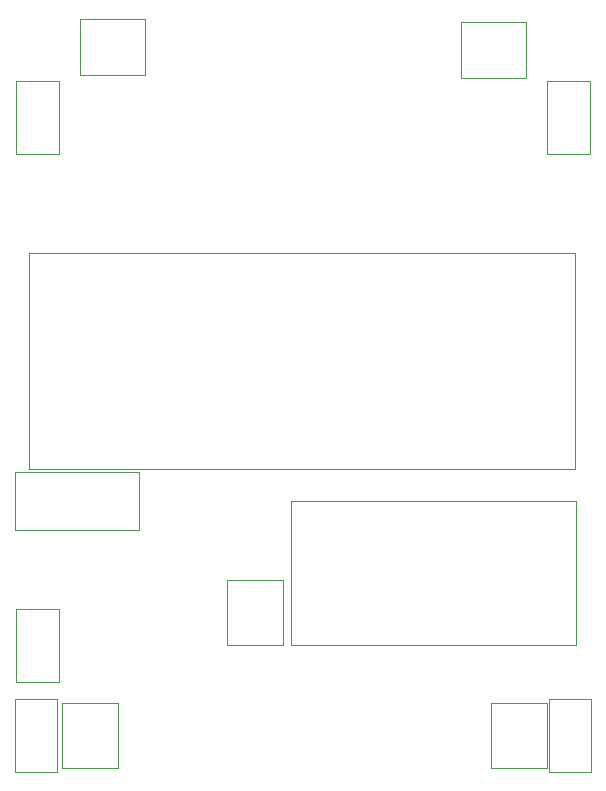
<source format=gbr>
%TF.GenerationSoftware,KiCad,Pcbnew,7.0.7*%
%TF.CreationDate,2025-03-26T10:17:06+05:30*%
%TF.ProjectId,VibAndHeat_Version1,56696241-6e64-4486-9561-745f56657273,rev?*%
%TF.SameCoordinates,Original*%
%TF.FileFunction,Other,User*%
%FSLAX46Y46*%
G04 Gerber Fmt 4.6, Leading zero omitted, Abs format (unit mm)*
G04 Created by KiCad (PCBNEW 7.0.7) date 2025-03-26 10:17:06*
%MOMM*%
%LPD*%
G01*
G04 APERTURE LIST*
%ADD10C,0.050000*%
G04 APERTURE END LIST*
D10*
%TO.C,Q2*%
X123888000Y-122238000D02*
X119148000Y-122238000D01*
X123888000Y-122238000D02*
X123888000Y-127698000D01*
X119148000Y-127698000D02*
X119148000Y-122238000D01*
X119148000Y-127698000D02*
X123888000Y-127698000D01*
%TO.C,J3*%
X160252000Y-69574000D02*
X160252000Y-75724000D01*
X160252000Y-75724000D02*
X163852000Y-75724000D01*
X163852000Y-69574000D02*
X160252000Y-69574000D01*
X163852000Y-75724000D02*
X163852000Y-69574000D01*
%TO.C,Microcontroller1*%
X116336000Y-102368000D02*
X162556000Y-102368000D01*
X116336000Y-102368000D02*
X116336000Y-84088000D01*
X162556000Y-84088000D02*
X162556000Y-102368000D01*
X162556000Y-84088000D02*
X116336000Y-84088000D01*
%TO.C,J1*%
X115294000Y-69574000D02*
X115294000Y-75724000D01*
X115294000Y-75724000D02*
X118894000Y-75724000D01*
X118894000Y-69574000D02*
X115294000Y-69574000D01*
X118894000Y-75724000D02*
X118894000Y-69574000D01*
%TO.C,Q1*%
X120714000Y-64326000D02*
X120714000Y-69066000D01*
X120714000Y-64326000D02*
X126174000Y-64326000D01*
X126174000Y-69066000D02*
X120714000Y-69066000D01*
X126174000Y-69066000D02*
X126174000Y-64326000D01*
%TO.C,J6*%
X118894000Y-120418000D02*
X118894000Y-114268000D01*
X118894000Y-114268000D02*
X115294000Y-114268000D01*
X115294000Y-120418000D02*
X118894000Y-120418000D01*
X115294000Y-114268000D02*
X115294000Y-120418000D01*
%TO.C,Q5*%
X133160000Y-117284000D02*
X137900000Y-117284000D01*
X133160000Y-117284000D02*
X133160000Y-111824000D01*
X137900000Y-111824000D02*
X137900000Y-117284000D01*
X137900000Y-111824000D02*
X133160000Y-111824000D01*
%TO.C,Q3*%
X152972000Y-64580000D02*
X152972000Y-69320000D01*
X152972000Y-64580000D02*
X158432000Y-64580000D01*
X158432000Y-69320000D02*
X152972000Y-69320000D01*
X158432000Y-69320000D02*
X158432000Y-64580000D01*
%TO.C,U3*%
X125646000Y-107611000D02*
X125646000Y-102701000D01*
X125646000Y-102701000D02*
X115146000Y-102701000D01*
X115146000Y-107611000D02*
X125646000Y-107611000D01*
X115146000Y-102701000D02*
X115146000Y-107611000D01*
%TO.C,U2*%
X162687000Y-117299000D02*
X138557000Y-117299000D01*
X138557000Y-117299000D02*
X138557000Y-105107000D01*
X138557000Y-105107000D02*
X162687000Y-105107000D01*
X162687000Y-105107000D02*
X162687000Y-117299000D01*
%TO.C,J4*%
X160358000Y-121898000D02*
X160358000Y-128048000D01*
X160358000Y-128048000D02*
X163958000Y-128048000D01*
X163958000Y-121898000D02*
X160358000Y-121898000D01*
X163958000Y-128048000D02*
X163958000Y-121898000D01*
%TO.C,J2*%
X115146000Y-121898000D02*
X115146000Y-128048000D01*
X115146000Y-128048000D02*
X118746000Y-128048000D01*
X118746000Y-121898000D02*
X115146000Y-121898000D01*
X118746000Y-128048000D02*
X118746000Y-121898000D01*
%TO.C,Q4*%
X160210000Y-122238000D02*
X155470000Y-122238000D01*
X160210000Y-122238000D02*
X160210000Y-127698000D01*
X155470000Y-127698000D02*
X155470000Y-122238000D01*
X155470000Y-127698000D02*
X160210000Y-127698000D01*
%TD*%
M02*

</source>
